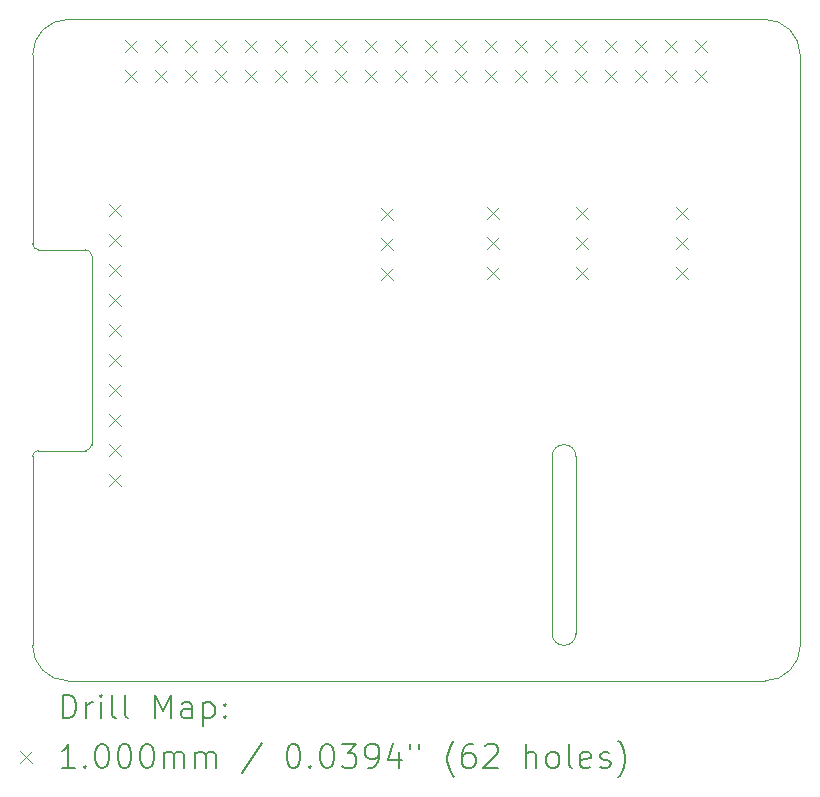
<source format=gbr>
%TF.GenerationSoftware,KiCad,Pcbnew,8.0.8*%
%TF.CreationDate,2025-02-20T10:17:29+01:00*%
%TF.ProjectId,pi_hat,70695f68-6174-42e6-9b69-6361645f7063,rev?*%
%TF.SameCoordinates,Original*%
%TF.FileFunction,Drillmap*%
%TF.FilePolarity,Positive*%
%FSLAX45Y45*%
G04 Gerber Fmt 4.5, Leading zero omitted, Abs format (unit mm)*
G04 Created by KiCad (PCBNEW 8.0.8) date 2025-02-20 10:17:29*
%MOMM*%
%LPD*%
G01*
G04 APERTURE LIST*
%ADD10C,0.100000*%
%ADD11C,0.200000*%
G04 APERTURE END LIST*
D10*
X10050000Y-6350000D02*
G75*
G02*
X10000000Y-6300000I0J50000D01*
G01*
X16200000Y-4400000D02*
G75*
G02*
X16500000Y-4700000I0J-300000D01*
G01*
X16500000Y-9700000D02*
X16500000Y-4700000D01*
X10000000Y-4700000D02*
X10000000Y-6300000D01*
X14600000Y-8100000D02*
X14600000Y-9600000D01*
X14400000Y-9600000D02*
X14400000Y-8100000D01*
X10300000Y-10000000D02*
G75*
G02*
X10000000Y-9700000I0J300000D01*
G01*
X10300000Y-10000000D02*
X16200000Y-10000000D01*
X10450000Y-8050000D02*
X10050000Y-8050000D01*
X14400000Y-8100000D02*
G75*
G02*
X14600000Y-8100000I100000J0D01*
G01*
X10000000Y-8100000D02*
G75*
G02*
X10049913Y-8050000I50000J0D01*
G01*
X16500000Y-9700000D02*
G75*
G02*
X16200000Y-10000000I-300000J0D01*
G01*
X10500000Y-6400000D02*
X10500000Y-8000000D01*
X10000000Y-4700000D02*
G75*
G02*
X10300000Y-4400000I300000J0D01*
G01*
X14600000Y-9600000D02*
G75*
G02*
X14400000Y-9600000I-100000J0D01*
G01*
X10000000Y-8100000D02*
X10000000Y-9700000D01*
X10050000Y-6350000D02*
X10450000Y-6350000D01*
X10500000Y-8000000D02*
G75*
G02*
X10450000Y-8050000I-50000J0D01*
G01*
X10450000Y-6350000D02*
G75*
G02*
X10500000Y-6400000I0J-50000D01*
G01*
X16200000Y-4400000D02*
X10300000Y-4400000D01*
D11*
D10*
X10650000Y-5964000D02*
X10750000Y-6064000D01*
X10750000Y-5964000D02*
X10650000Y-6064000D01*
X10650000Y-6218000D02*
X10750000Y-6318000D01*
X10750000Y-6218000D02*
X10650000Y-6318000D01*
X10650000Y-6472000D02*
X10750000Y-6572000D01*
X10750000Y-6472000D02*
X10650000Y-6572000D01*
X10650000Y-6726000D02*
X10750000Y-6826000D01*
X10750000Y-6726000D02*
X10650000Y-6826000D01*
X10650000Y-6980000D02*
X10750000Y-7080000D01*
X10750000Y-6980000D02*
X10650000Y-7080000D01*
X10650000Y-7234000D02*
X10750000Y-7334000D01*
X10750000Y-7234000D02*
X10650000Y-7334000D01*
X10650000Y-7488000D02*
X10750000Y-7588000D01*
X10750000Y-7488000D02*
X10650000Y-7588000D01*
X10650000Y-7742000D02*
X10750000Y-7842000D01*
X10750000Y-7742000D02*
X10650000Y-7842000D01*
X10650000Y-7996000D02*
X10750000Y-8096000D01*
X10750000Y-7996000D02*
X10650000Y-8096000D01*
X10650000Y-8250000D02*
X10750000Y-8350000D01*
X10750000Y-8250000D02*
X10650000Y-8350000D01*
X10787000Y-4573000D02*
X10887000Y-4673000D01*
X10887000Y-4573000D02*
X10787000Y-4673000D01*
X10787000Y-4827000D02*
X10887000Y-4927000D01*
X10887000Y-4827000D02*
X10787000Y-4927000D01*
X11041000Y-4573000D02*
X11141000Y-4673000D01*
X11141000Y-4573000D02*
X11041000Y-4673000D01*
X11041000Y-4827000D02*
X11141000Y-4927000D01*
X11141000Y-4827000D02*
X11041000Y-4927000D01*
X11295000Y-4573000D02*
X11395000Y-4673000D01*
X11395000Y-4573000D02*
X11295000Y-4673000D01*
X11295000Y-4827000D02*
X11395000Y-4927000D01*
X11395000Y-4827000D02*
X11295000Y-4927000D01*
X11549000Y-4573000D02*
X11649000Y-4673000D01*
X11649000Y-4573000D02*
X11549000Y-4673000D01*
X11549000Y-4827000D02*
X11649000Y-4927000D01*
X11649000Y-4827000D02*
X11549000Y-4927000D01*
X11803000Y-4573000D02*
X11903000Y-4673000D01*
X11903000Y-4573000D02*
X11803000Y-4673000D01*
X11803000Y-4827000D02*
X11903000Y-4927000D01*
X11903000Y-4827000D02*
X11803000Y-4927000D01*
X12057000Y-4573000D02*
X12157000Y-4673000D01*
X12157000Y-4573000D02*
X12057000Y-4673000D01*
X12057000Y-4827000D02*
X12157000Y-4927000D01*
X12157000Y-4827000D02*
X12057000Y-4927000D01*
X12311000Y-4573000D02*
X12411000Y-4673000D01*
X12411000Y-4573000D02*
X12311000Y-4673000D01*
X12311000Y-4827000D02*
X12411000Y-4927000D01*
X12411000Y-4827000D02*
X12311000Y-4927000D01*
X12565000Y-4573000D02*
X12665000Y-4673000D01*
X12665000Y-4573000D02*
X12565000Y-4673000D01*
X12565000Y-4827000D02*
X12665000Y-4927000D01*
X12665000Y-4827000D02*
X12565000Y-4927000D01*
X12819000Y-4573000D02*
X12919000Y-4673000D01*
X12919000Y-4573000D02*
X12819000Y-4673000D01*
X12819000Y-4827000D02*
X12919000Y-4927000D01*
X12919000Y-4827000D02*
X12819000Y-4927000D01*
X12950000Y-6000000D02*
X13050000Y-6100000D01*
X13050000Y-6000000D02*
X12950000Y-6100000D01*
X12950000Y-6254000D02*
X13050000Y-6354000D01*
X13050000Y-6254000D02*
X12950000Y-6354000D01*
X12950000Y-6508000D02*
X13050000Y-6608000D01*
X13050000Y-6508000D02*
X12950000Y-6608000D01*
X13073000Y-4573000D02*
X13173000Y-4673000D01*
X13173000Y-4573000D02*
X13073000Y-4673000D01*
X13073000Y-4827000D02*
X13173000Y-4927000D01*
X13173000Y-4827000D02*
X13073000Y-4927000D01*
X13327000Y-4573000D02*
X13427000Y-4673000D01*
X13427000Y-4573000D02*
X13327000Y-4673000D01*
X13327000Y-4827000D02*
X13427000Y-4927000D01*
X13427000Y-4827000D02*
X13327000Y-4927000D01*
X13581000Y-4573000D02*
X13681000Y-4673000D01*
X13681000Y-4573000D02*
X13581000Y-4673000D01*
X13581000Y-4827000D02*
X13681000Y-4927000D01*
X13681000Y-4827000D02*
X13581000Y-4927000D01*
X13835000Y-4573000D02*
X13935000Y-4673000D01*
X13935000Y-4573000D02*
X13835000Y-4673000D01*
X13835000Y-4827000D02*
X13935000Y-4927000D01*
X13935000Y-4827000D02*
X13835000Y-4927000D01*
X13850000Y-5992000D02*
X13950000Y-6092000D01*
X13950000Y-5992000D02*
X13850000Y-6092000D01*
X13850000Y-6246000D02*
X13950000Y-6346000D01*
X13950000Y-6246000D02*
X13850000Y-6346000D01*
X13850000Y-6500000D02*
X13950000Y-6600000D01*
X13950000Y-6500000D02*
X13850000Y-6600000D01*
X14089000Y-4573000D02*
X14189000Y-4673000D01*
X14189000Y-4573000D02*
X14089000Y-4673000D01*
X14089000Y-4827000D02*
X14189000Y-4927000D01*
X14189000Y-4827000D02*
X14089000Y-4927000D01*
X14343000Y-4573000D02*
X14443000Y-4673000D01*
X14443000Y-4573000D02*
X14343000Y-4673000D01*
X14343000Y-4827000D02*
X14443000Y-4927000D01*
X14443000Y-4827000D02*
X14343000Y-4927000D01*
X14597000Y-4573000D02*
X14697000Y-4673000D01*
X14697000Y-4573000D02*
X14597000Y-4673000D01*
X14597000Y-4827000D02*
X14697000Y-4927000D01*
X14697000Y-4827000D02*
X14597000Y-4927000D01*
X14600000Y-5992000D02*
X14700000Y-6092000D01*
X14700000Y-5992000D02*
X14600000Y-6092000D01*
X14600000Y-6246000D02*
X14700000Y-6346000D01*
X14700000Y-6246000D02*
X14600000Y-6346000D01*
X14600000Y-6500000D02*
X14700000Y-6600000D01*
X14700000Y-6500000D02*
X14600000Y-6600000D01*
X14851000Y-4573000D02*
X14951000Y-4673000D01*
X14951000Y-4573000D02*
X14851000Y-4673000D01*
X14851000Y-4827000D02*
X14951000Y-4927000D01*
X14951000Y-4827000D02*
X14851000Y-4927000D01*
X15105000Y-4573000D02*
X15205000Y-4673000D01*
X15205000Y-4573000D02*
X15105000Y-4673000D01*
X15105000Y-4827000D02*
X15205000Y-4927000D01*
X15205000Y-4827000D02*
X15105000Y-4927000D01*
X15359000Y-4573000D02*
X15459000Y-4673000D01*
X15459000Y-4573000D02*
X15359000Y-4673000D01*
X15359000Y-4827000D02*
X15459000Y-4927000D01*
X15459000Y-4827000D02*
X15359000Y-4927000D01*
X15450000Y-5992000D02*
X15550000Y-6092000D01*
X15550000Y-5992000D02*
X15450000Y-6092000D01*
X15450000Y-6246000D02*
X15550000Y-6346000D01*
X15550000Y-6246000D02*
X15450000Y-6346000D01*
X15450000Y-6500000D02*
X15550000Y-6600000D01*
X15550000Y-6500000D02*
X15450000Y-6600000D01*
X15613000Y-4573000D02*
X15713000Y-4673000D01*
X15713000Y-4573000D02*
X15613000Y-4673000D01*
X15613000Y-4827000D02*
X15713000Y-4927000D01*
X15713000Y-4827000D02*
X15613000Y-4927000D01*
D11*
X10255777Y-10316484D02*
X10255777Y-10116484D01*
X10255777Y-10116484D02*
X10303396Y-10116484D01*
X10303396Y-10116484D02*
X10331967Y-10126008D01*
X10331967Y-10126008D02*
X10351015Y-10145055D01*
X10351015Y-10145055D02*
X10360539Y-10164103D01*
X10360539Y-10164103D02*
X10370063Y-10202198D01*
X10370063Y-10202198D02*
X10370063Y-10230770D01*
X10370063Y-10230770D02*
X10360539Y-10268865D01*
X10360539Y-10268865D02*
X10351015Y-10287912D01*
X10351015Y-10287912D02*
X10331967Y-10306960D01*
X10331967Y-10306960D02*
X10303396Y-10316484D01*
X10303396Y-10316484D02*
X10255777Y-10316484D01*
X10455777Y-10316484D02*
X10455777Y-10183150D01*
X10455777Y-10221246D02*
X10465301Y-10202198D01*
X10465301Y-10202198D02*
X10474824Y-10192674D01*
X10474824Y-10192674D02*
X10493872Y-10183150D01*
X10493872Y-10183150D02*
X10512920Y-10183150D01*
X10579586Y-10316484D02*
X10579586Y-10183150D01*
X10579586Y-10116484D02*
X10570063Y-10126008D01*
X10570063Y-10126008D02*
X10579586Y-10135531D01*
X10579586Y-10135531D02*
X10589110Y-10126008D01*
X10589110Y-10126008D02*
X10579586Y-10116484D01*
X10579586Y-10116484D02*
X10579586Y-10135531D01*
X10703396Y-10316484D02*
X10684348Y-10306960D01*
X10684348Y-10306960D02*
X10674824Y-10287912D01*
X10674824Y-10287912D02*
X10674824Y-10116484D01*
X10808158Y-10316484D02*
X10789110Y-10306960D01*
X10789110Y-10306960D02*
X10779586Y-10287912D01*
X10779586Y-10287912D02*
X10779586Y-10116484D01*
X11036729Y-10316484D02*
X11036729Y-10116484D01*
X11036729Y-10116484D02*
X11103396Y-10259341D01*
X11103396Y-10259341D02*
X11170063Y-10116484D01*
X11170063Y-10116484D02*
X11170063Y-10316484D01*
X11351015Y-10316484D02*
X11351015Y-10211722D01*
X11351015Y-10211722D02*
X11341491Y-10192674D01*
X11341491Y-10192674D02*
X11322443Y-10183150D01*
X11322443Y-10183150D02*
X11284348Y-10183150D01*
X11284348Y-10183150D02*
X11265301Y-10192674D01*
X11351015Y-10306960D02*
X11331967Y-10316484D01*
X11331967Y-10316484D02*
X11284348Y-10316484D01*
X11284348Y-10316484D02*
X11265301Y-10306960D01*
X11265301Y-10306960D02*
X11255777Y-10287912D01*
X11255777Y-10287912D02*
X11255777Y-10268865D01*
X11255777Y-10268865D02*
X11265301Y-10249817D01*
X11265301Y-10249817D02*
X11284348Y-10240293D01*
X11284348Y-10240293D02*
X11331967Y-10240293D01*
X11331967Y-10240293D02*
X11351015Y-10230770D01*
X11446253Y-10183150D02*
X11446253Y-10383150D01*
X11446253Y-10192674D02*
X11465301Y-10183150D01*
X11465301Y-10183150D02*
X11503396Y-10183150D01*
X11503396Y-10183150D02*
X11522443Y-10192674D01*
X11522443Y-10192674D02*
X11531967Y-10202198D01*
X11531967Y-10202198D02*
X11541491Y-10221246D01*
X11541491Y-10221246D02*
X11541491Y-10278389D01*
X11541491Y-10278389D02*
X11531967Y-10297436D01*
X11531967Y-10297436D02*
X11522443Y-10306960D01*
X11522443Y-10306960D02*
X11503396Y-10316484D01*
X11503396Y-10316484D02*
X11465301Y-10316484D01*
X11465301Y-10316484D02*
X11446253Y-10306960D01*
X11627205Y-10297436D02*
X11636729Y-10306960D01*
X11636729Y-10306960D02*
X11627205Y-10316484D01*
X11627205Y-10316484D02*
X11617682Y-10306960D01*
X11617682Y-10306960D02*
X11627205Y-10297436D01*
X11627205Y-10297436D02*
X11627205Y-10316484D01*
X11627205Y-10192674D02*
X11636729Y-10202198D01*
X11636729Y-10202198D02*
X11627205Y-10211722D01*
X11627205Y-10211722D02*
X11617682Y-10202198D01*
X11617682Y-10202198D02*
X11627205Y-10192674D01*
X11627205Y-10192674D02*
X11627205Y-10211722D01*
D10*
X9895000Y-10595000D02*
X9995000Y-10695000D01*
X9995000Y-10595000D02*
X9895000Y-10695000D01*
D11*
X10360539Y-10736484D02*
X10246253Y-10736484D01*
X10303396Y-10736484D02*
X10303396Y-10536484D01*
X10303396Y-10536484D02*
X10284348Y-10565055D01*
X10284348Y-10565055D02*
X10265301Y-10584103D01*
X10265301Y-10584103D02*
X10246253Y-10593627D01*
X10446253Y-10717436D02*
X10455777Y-10726960D01*
X10455777Y-10726960D02*
X10446253Y-10736484D01*
X10446253Y-10736484D02*
X10436729Y-10726960D01*
X10436729Y-10726960D02*
X10446253Y-10717436D01*
X10446253Y-10717436D02*
X10446253Y-10736484D01*
X10579586Y-10536484D02*
X10598634Y-10536484D01*
X10598634Y-10536484D02*
X10617682Y-10546008D01*
X10617682Y-10546008D02*
X10627205Y-10555531D01*
X10627205Y-10555531D02*
X10636729Y-10574579D01*
X10636729Y-10574579D02*
X10646253Y-10612674D01*
X10646253Y-10612674D02*
X10646253Y-10660293D01*
X10646253Y-10660293D02*
X10636729Y-10698389D01*
X10636729Y-10698389D02*
X10627205Y-10717436D01*
X10627205Y-10717436D02*
X10617682Y-10726960D01*
X10617682Y-10726960D02*
X10598634Y-10736484D01*
X10598634Y-10736484D02*
X10579586Y-10736484D01*
X10579586Y-10736484D02*
X10560539Y-10726960D01*
X10560539Y-10726960D02*
X10551015Y-10717436D01*
X10551015Y-10717436D02*
X10541491Y-10698389D01*
X10541491Y-10698389D02*
X10531967Y-10660293D01*
X10531967Y-10660293D02*
X10531967Y-10612674D01*
X10531967Y-10612674D02*
X10541491Y-10574579D01*
X10541491Y-10574579D02*
X10551015Y-10555531D01*
X10551015Y-10555531D02*
X10560539Y-10546008D01*
X10560539Y-10546008D02*
X10579586Y-10536484D01*
X10770063Y-10536484D02*
X10789110Y-10536484D01*
X10789110Y-10536484D02*
X10808158Y-10546008D01*
X10808158Y-10546008D02*
X10817682Y-10555531D01*
X10817682Y-10555531D02*
X10827205Y-10574579D01*
X10827205Y-10574579D02*
X10836729Y-10612674D01*
X10836729Y-10612674D02*
X10836729Y-10660293D01*
X10836729Y-10660293D02*
X10827205Y-10698389D01*
X10827205Y-10698389D02*
X10817682Y-10717436D01*
X10817682Y-10717436D02*
X10808158Y-10726960D01*
X10808158Y-10726960D02*
X10789110Y-10736484D01*
X10789110Y-10736484D02*
X10770063Y-10736484D01*
X10770063Y-10736484D02*
X10751015Y-10726960D01*
X10751015Y-10726960D02*
X10741491Y-10717436D01*
X10741491Y-10717436D02*
X10731967Y-10698389D01*
X10731967Y-10698389D02*
X10722444Y-10660293D01*
X10722444Y-10660293D02*
X10722444Y-10612674D01*
X10722444Y-10612674D02*
X10731967Y-10574579D01*
X10731967Y-10574579D02*
X10741491Y-10555531D01*
X10741491Y-10555531D02*
X10751015Y-10546008D01*
X10751015Y-10546008D02*
X10770063Y-10536484D01*
X10960539Y-10536484D02*
X10979586Y-10536484D01*
X10979586Y-10536484D02*
X10998634Y-10546008D01*
X10998634Y-10546008D02*
X11008158Y-10555531D01*
X11008158Y-10555531D02*
X11017682Y-10574579D01*
X11017682Y-10574579D02*
X11027205Y-10612674D01*
X11027205Y-10612674D02*
X11027205Y-10660293D01*
X11027205Y-10660293D02*
X11017682Y-10698389D01*
X11017682Y-10698389D02*
X11008158Y-10717436D01*
X11008158Y-10717436D02*
X10998634Y-10726960D01*
X10998634Y-10726960D02*
X10979586Y-10736484D01*
X10979586Y-10736484D02*
X10960539Y-10736484D01*
X10960539Y-10736484D02*
X10941491Y-10726960D01*
X10941491Y-10726960D02*
X10931967Y-10717436D01*
X10931967Y-10717436D02*
X10922444Y-10698389D01*
X10922444Y-10698389D02*
X10912920Y-10660293D01*
X10912920Y-10660293D02*
X10912920Y-10612674D01*
X10912920Y-10612674D02*
X10922444Y-10574579D01*
X10922444Y-10574579D02*
X10931967Y-10555531D01*
X10931967Y-10555531D02*
X10941491Y-10546008D01*
X10941491Y-10546008D02*
X10960539Y-10536484D01*
X11112920Y-10736484D02*
X11112920Y-10603150D01*
X11112920Y-10622198D02*
X11122444Y-10612674D01*
X11122444Y-10612674D02*
X11141491Y-10603150D01*
X11141491Y-10603150D02*
X11170063Y-10603150D01*
X11170063Y-10603150D02*
X11189110Y-10612674D01*
X11189110Y-10612674D02*
X11198634Y-10631722D01*
X11198634Y-10631722D02*
X11198634Y-10736484D01*
X11198634Y-10631722D02*
X11208158Y-10612674D01*
X11208158Y-10612674D02*
X11227205Y-10603150D01*
X11227205Y-10603150D02*
X11255777Y-10603150D01*
X11255777Y-10603150D02*
X11274824Y-10612674D01*
X11274824Y-10612674D02*
X11284348Y-10631722D01*
X11284348Y-10631722D02*
X11284348Y-10736484D01*
X11379586Y-10736484D02*
X11379586Y-10603150D01*
X11379586Y-10622198D02*
X11389110Y-10612674D01*
X11389110Y-10612674D02*
X11408158Y-10603150D01*
X11408158Y-10603150D02*
X11436729Y-10603150D01*
X11436729Y-10603150D02*
X11455777Y-10612674D01*
X11455777Y-10612674D02*
X11465301Y-10631722D01*
X11465301Y-10631722D02*
X11465301Y-10736484D01*
X11465301Y-10631722D02*
X11474824Y-10612674D01*
X11474824Y-10612674D02*
X11493872Y-10603150D01*
X11493872Y-10603150D02*
X11522443Y-10603150D01*
X11522443Y-10603150D02*
X11541491Y-10612674D01*
X11541491Y-10612674D02*
X11551015Y-10631722D01*
X11551015Y-10631722D02*
X11551015Y-10736484D01*
X11941491Y-10526960D02*
X11770063Y-10784103D01*
X12198634Y-10536484D02*
X12217682Y-10536484D01*
X12217682Y-10536484D02*
X12236729Y-10546008D01*
X12236729Y-10546008D02*
X12246253Y-10555531D01*
X12246253Y-10555531D02*
X12255777Y-10574579D01*
X12255777Y-10574579D02*
X12265301Y-10612674D01*
X12265301Y-10612674D02*
X12265301Y-10660293D01*
X12265301Y-10660293D02*
X12255777Y-10698389D01*
X12255777Y-10698389D02*
X12246253Y-10717436D01*
X12246253Y-10717436D02*
X12236729Y-10726960D01*
X12236729Y-10726960D02*
X12217682Y-10736484D01*
X12217682Y-10736484D02*
X12198634Y-10736484D01*
X12198634Y-10736484D02*
X12179586Y-10726960D01*
X12179586Y-10726960D02*
X12170063Y-10717436D01*
X12170063Y-10717436D02*
X12160539Y-10698389D01*
X12160539Y-10698389D02*
X12151015Y-10660293D01*
X12151015Y-10660293D02*
X12151015Y-10612674D01*
X12151015Y-10612674D02*
X12160539Y-10574579D01*
X12160539Y-10574579D02*
X12170063Y-10555531D01*
X12170063Y-10555531D02*
X12179586Y-10546008D01*
X12179586Y-10546008D02*
X12198634Y-10536484D01*
X12351015Y-10717436D02*
X12360539Y-10726960D01*
X12360539Y-10726960D02*
X12351015Y-10736484D01*
X12351015Y-10736484D02*
X12341491Y-10726960D01*
X12341491Y-10726960D02*
X12351015Y-10717436D01*
X12351015Y-10717436D02*
X12351015Y-10736484D01*
X12484348Y-10536484D02*
X12503396Y-10536484D01*
X12503396Y-10536484D02*
X12522444Y-10546008D01*
X12522444Y-10546008D02*
X12531967Y-10555531D01*
X12531967Y-10555531D02*
X12541491Y-10574579D01*
X12541491Y-10574579D02*
X12551015Y-10612674D01*
X12551015Y-10612674D02*
X12551015Y-10660293D01*
X12551015Y-10660293D02*
X12541491Y-10698389D01*
X12541491Y-10698389D02*
X12531967Y-10717436D01*
X12531967Y-10717436D02*
X12522444Y-10726960D01*
X12522444Y-10726960D02*
X12503396Y-10736484D01*
X12503396Y-10736484D02*
X12484348Y-10736484D01*
X12484348Y-10736484D02*
X12465301Y-10726960D01*
X12465301Y-10726960D02*
X12455777Y-10717436D01*
X12455777Y-10717436D02*
X12446253Y-10698389D01*
X12446253Y-10698389D02*
X12436729Y-10660293D01*
X12436729Y-10660293D02*
X12436729Y-10612674D01*
X12436729Y-10612674D02*
X12446253Y-10574579D01*
X12446253Y-10574579D02*
X12455777Y-10555531D01*
X12455777Y-10555531D02*
X12465301Y-10546008D01*
X12465301Y-10546008D02*
X12484348Y-10536484D01*
X12617682Y-10536484D02*
X12741491Y-10536484D01*
X12741491Y-10536484D02*
X12674825Y-10612674D01*
X12674825Y-10612674D02*
X12703396Y-10612674D01*
X12703396Y-10612674D02*
X12722444Y-10622198D01*
X12722444Y-10622198D02*
X12731967Y-10631722D01*
X12731967Y-10631722D02*
X12741491Y-10650770D01*
X12741491Y-10650770D02*
X12741491Y-10698389D01*
X12741491Y-10698389D02*
X12731967Y-10717436D01*
X12731967Y-10717436D02*
X12722444Y-10726960D01*
X12722444Y-10726960D02*
X12703396Y-10736484D01*
X12703396Y-10736484D02*
X12646253Y-10736484D01*
X12646253Y-10736484D02*
X12627206Y-10726960D01*
X12627206Y-10726960D02*
X12617682Y-10717436D01*
X12836729Y-10736484D02*
X12874825Y-10736484D01*
X12874825Y-10736484D02*
X12893872Y-10726960D01*
X12893872Y-10726960D02*
X12903396Y-10717436D01*
X12903396Y-10717436D02*
X12922444Y-10688865D01*
X12922444Y-10688865D02*
X12931967Y-10650770D01*
X12931967Y-10650770D02*
X12931967Y-10574579D01*
X12931967Y-10574579D02*
X12922444Y-10555531D01*
X12922444Y-10555531D02*
X12912920Y-10546008D01*
X12912920Y-10546008D02*
X12893872Y-10536484D01*
X12893872Y-10536484D02*
X12855777Y-10536484D01*
X12855777Y-10536484D02*
X12836729Y-10546008D01*
X12836729Y-10546008D02*
X12827206Y-10555531D01*
X12827206Y-10555531D02*
X12817682Y-10574579D01*
X12817682Y-10574579D02*
X12817682Y-10622198D01*
X12817682Y-10622198D02*
X12827206Y-10641246D01*
X12827206Y-10641246D02*
X12836729Y-10650770D01*
X12836729Y-10650770D02*
X12855777Y-10660293D01*
X12855777Y-10660293D02*
X12893872Y-10660293D01*
X12893872Y-10660293D02*
X12912920Y-10650770D01*
X12912920Y-10650770D02*
X12922444Y-10641246D01*
X12922444Y-10641246D02*
X12931967Y-10622198D01*
X13103396Y-10603150D02*
X13103396Y-10736484D01*
X13055777Y-10526960D02*
X13008158Y-10669817D01*
X13008158Y-10669817D02*
X13131967Y-10669817D01*
X13198634Y-10536484D02*
X13198634Y-10574579D01*
X13274825Y-10536484D02*
X13274825Y-10574579D01*
X13570063Y-10812674D02*
X13560539Y-10803150D01*
X13560539Y-10803150D02*
X13541491Y-10774579D01*
X13541491Y-10774579D02*
X13531968Y-10755531D01*
X13531968Y-10755531D02*
X13522444Y-10726960D01*
X13522444Y-10726960D02*
X13512920Y-10679341D01*
X13512920Y-10679341D02*
X13512920Y-10641246D01*
X13512920Y-10641246D02*
X13522444Y-10593627D01*
X13522444Y-10593627D02*
X13531968Y-10565055D01*
X13531968Y-10565055D02*
X13541491Y-10546008D01*
X13541491Y-10546008D02*
X13560539Y-10517436D01*
X13560539Y-10517436D02*
X13570063Y-10507912D01*
X13731968Y-10536484D02*
X13693872Y-10536484D01*
X13693872Y-10536484D02*
X13674825Y-10546008D01*
X13674825Y-10546008D02*
X13665301Y-10555531D01*
X13665301Y-10555531D02*
X13646253Y-10584103D01*
X13646253Y-10584103D02*
X13636729Y-10622198D01*
X13636729Y-10622198D02*
X13636729Y-10698389D01*
X13636729Y-10698389D02*
X13646253Y-10717436D01*
X13646253Y-10717436D02*
X13655777Y-10726960D01*
X13655777Y-10726960D02*
X13674825Y-10736484D01*
X13674825Y-10736484D02*
X13712920Y-10736484D01*
X13712920Y-10736484D02*
X13731968Y-10726960D01*
X13731968Y-10726960D02*
X13741491Y-10717436D01*
X13741491Y-10717436D02*
X13751015Y-10698389D01*
X13751015Y-10698389D02*
X13751015Y-10650770D01*
X13751015Y-10650770D02*
X13741491Y-10631722D01*
X13741491Y-10631722D02*
X13731968Y-10622198D01*
X13731968Y-10622198D02*
X13712920Y-10612674D01*
X13712920Y-10612674D02*
X13674825Y-10612674D01*
X13674825Y-10612674D02*
X13655777Y-10622198D01*
X13655777Y-10622198D02*
X13646253Y-10631722D01*
X13646253Y-10631722D02*
X13636729Y-10650770D01*
X13827206Y-10555531D02*
X13836729Y-10546008D01*
X13836729Y-10546008D02*
X13855777Y-10536484D01*
X13855777Y-10536484D02*
X13903396Y-10536484D01*
X13903396Y-10536484D02*
X13922444Y-10546008D01*
X13922444Y-10546008D02*
X13931968Y-10555531D01*
X13931968Y-10555531D02*
X13941491Y-10574579D01*
X13941491Y-10574579D02*
X13941491Y-10593627D01*
X13941491Y-10593627D02*
X13931968Y-10622198D01*
X13931968Y-10622198D02*
X13817682Y-10736484D01*
X13817682Y-10736484D02*
X13941491Y-10736484D01*
X14179587Y-10736484D02*
X14179587Y-10536484D01*
X14265301Y-10736484D02*
X14265301Y-10631722D01*
X14265301Y-10631722D02*
X14255777Y-10612674D01*
X14255777Y-10612674D02*
X14236730Y-10603150D01*
X14236730Y-10603150D02*
X14208158Y-10603150D01*
X14208158Y-10603150D02*
X14189110Y-10612674D01*
X14189110Y-10612674D02*
X14179587Y-10622198D01*
X14389110Y-10736484D02*
X14370063Y-10726960D01*
X14370063Y-10726960D02*
X14360539Y-10717436D01*
X14360539Y-10717436D02*
X14351015Y-10698389D01*
X14351015Y-10698389D02*
X14351015Y-10641246D01*
X14351015Y-10641246D02*
X14360539Y-10622198D01*
X14360539Y-10622198D02*
X14370063Y-10612674D01*
X14370063Y-10612674D02*
X14389110Y-10603150D01*
X14389110Y-10603150D02*
X14417682Y-10603150D01*
X14417682Y-10603150D02*
X14436730Y-10612674D01*
X14436730Y-10612674D02*
X14446253Y-10622198D01*
X14446253Y-10622198D02*
X14455777Y-10641246D01*
X14455777Y-10641246D02*
X14455777Y-10698389D01*
X14455777Y-10698389D02*
X14446253Y-10717436D01*
X14446253Y-10717436D02*
X14436730Y-10726960D01*
X14436730Y-10726960D02*
X14417682Y-10736484D01*
X14417682Y-10736484D02*
X14389110Y-10736484D01*
X14570063Y-10736484D02*
X14551015Y-10726960D01*
X14551015Y-10726960D02*
X14541491Y-10707912D01*
X14541491Y-10707912D02*
X14541491Y-10536484D01*
X14722444Y-10726960D02*
X14703396Y-10736484D01*
X14703396Y-10736484D02*
X14665301Y-10736484D01*
X14665301Y-10736484D02*
X14646253Y-10726960D01*
X14646253Y-10726960D02*
X14636730Y-10707912D01*
X14636730Y-10707912D02*
X14636730Y-10631722D01*
X14636730Y-10631722D02*
X14646253Y-10612674D01*
X14646253Y-10612674D02*
X14665301Y-10603150D01*
X14665301Y-10603150D02*
X14703396Y-10603150D01*
X14703396Y-10603150D02*
X14722444Y-10612674D01*
X14722444Y-10612674D02*
X14731968Y-10631722D01*
X14731968Y-10631722D02*
X14731968Y-10650770D01*
X14731968Y-10650770D02*
X14636730Y-10669817D01*
X14808158Y-10726960D02*
X14827206Y-10736484D01*
X14827206Y-10736484D02*
X14865301Y-10736484D01*
X14865301Y-10736484D02*
X14884349Y-10726960D01*
X14884349Y-10726960D02*
X14893872Y-10707912D01*
X14893872Y-10707912D02*
X14893872Y-10698389D01*
X14893872Y-10698389D02*
X14884349Y-10679341D01*
X14884349Y-10679341D02*
X14865301Y-10669817D01*
X14865301Y-10669817D02*
X14836730Y-10669817D01*
X14836730Y-10669817D02*
X14817682Y-10660293D01*
X14817682Y-10660293D02*
X14808158Y-10641246D01*
X14808158Y-10641246D02*
X14808158Y-10631722D01*
X14808158Y-10631722D02*
X14817682Y-10612674D01*
X14817682Y-10612674D02*
X14836730Y-10603150D01*
X14836730Y-10603150D02*
X14865301Y-10603150D01*
X14865301Y-10603150D02*
X14884349Y-10612674D01*
X14960539Y-10812674D02*
X14970063Y-10803150D01*
X14970063Y-10803150D02*
X14989111Y-10774579D01*
X14989111Y-10774579D02*
X14998634Y-10755531D01*
X14998634Y-10755531D02*
X15008158Y-10726960D01*
X15008158Y-10726960D02*
X15017682Y-10679341D01*
X15017682Y-10679341D02*
X15017682Y-10641246D01*
X15017682Y-10641246D02*
X15008158Y-10593627D01*
X15008158Y-10593627D02*
X14998634Y-10565055D01*
X14998634Y-10565055D02*
X14989111Y-10546008D01*
X14989111Y-10546008D02*
X14970063Y-10517436D01*
X14970063Y-10517436D02*
X14960539Y-10507912D01*
M02*

</source>
